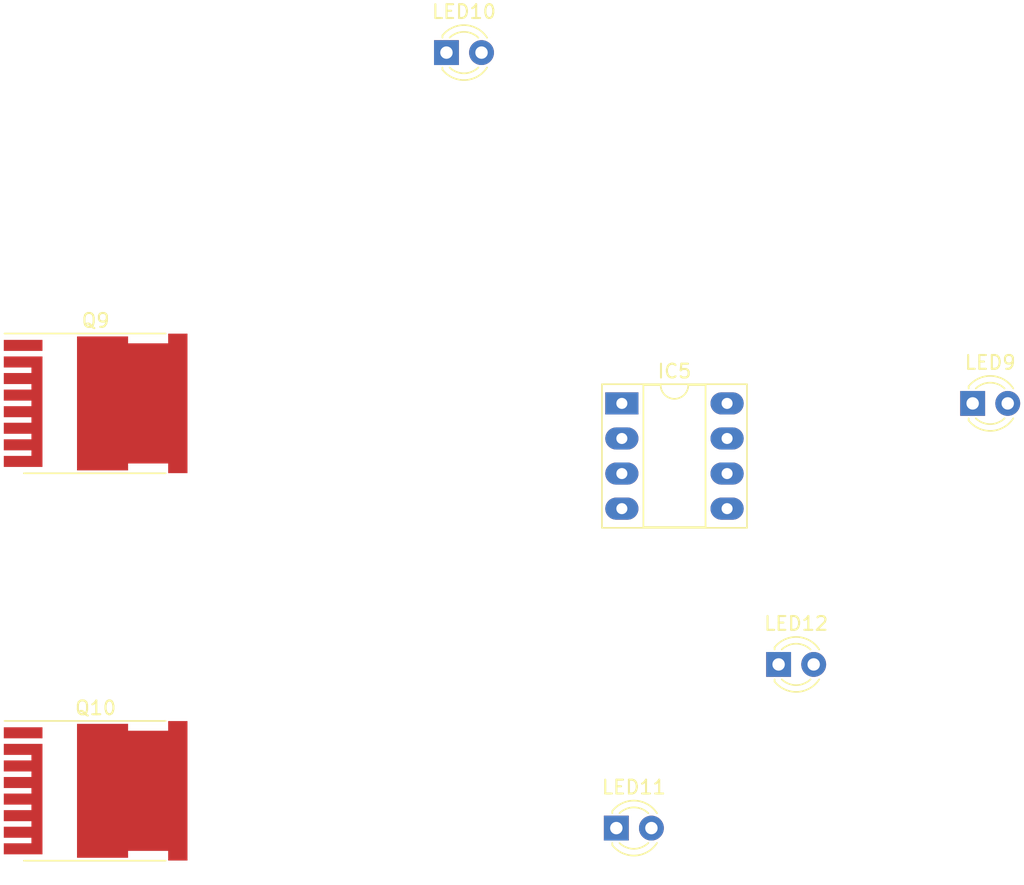
<source format=kicad_pcb>
(kicad_pcb (version 20211014) (generator pcbnew)
  (layers (0 "F.Cu" signal) (31 "B.Cu" signal) (34 "B.Paste" user) (35 "F.Paste" user) (36 "B.SilkS" user "B.Silkscreen") (37 "F.SilkS" user "F.Silkscreen") (38 "B.Mask" user) (39 "F.Mask" user) (44 "Edge.Cuts" user))
  (net 0 "")
  (net 1 "Net-(IC5-Pad1)")
  (net 2 "Net-(IC5-Pad5)")
  (net 3 "Net-(IC5-Pad2)")
  (net 4 "JP1-OUT")
  (net 5 "GNDREF")
  (net 6 "Net-(IC5-Pad7)")
  (net 7 "Net-(IC5-Pad4)")
  (net 8 "Net-(LED9-Pad2)")
  (net 9 "Net-(LED10-Pad2)")
  (net 10 "Net-(D17-Pad1)")
  (net 11 "Net-(LED11-Pad2)")
  (net 12 "Net-(D18-Pad1)")
  (net 13 "Net-(LED12-Pad2)")
  (net 14 "Net-(Q9-Pad1)")
  (net 15 "INJ-5-OUT")
  (net 16 "Net-(Q10-Pad1)")
  (net 17 "INJ-6-OUT")
  (footprint "LED_THT:LED_D3.0mm" (layer "F.Cu") (at 127 38.1)
    (fp_text reference "LED10" (at 1.27 -2.96) (layer "F.SilkS"))
    (fp_text value "Red")
    (fp_line (start -0.29 1.08) (end -0.29 1.236) (layer "F.SilkS") (width 0.12))
    (fp_line (start -0.29 -1.236) (end -0.29 -1.08) (layer "F.SilkS") (width 0.12))
    (fp_arc (start 0.229039 -1.08) (mid 1.270117 -1.5) (end 2.31113 -1.079837) (layer "F.SilkS") (width 0.12))
    (fp_arc (start 2.31113 1.079837) (mid 1.270117 1.5) (end 0.229039 1.08) (layer "F.SilkS") (width 0.12))
    (fp_arc (start -0.29 -1.235516) (mid 1.366487 -1.987659) (end 2.942335 -1.078608) (layer "F.SilkS") (width 0.12))
    (fp_arc (start 2.942335 1.078608) (mid 1.366487 1.987659) (end -0.29 1.235516) (layer "F.SilkS") (width 0.12))
    (pad "1" thru_hole rect locked (at 0 0) (size 1.8 1.8) (drill 0.9) (layers *.Cu *.Mask) (net 5 "GNDREF"))
    (pad "2" thru_hole circle locked (at 2.54 0) (size 1.8 1.8) (drill 0.9) (layers *.Cu *.Mask) (net 9 "Net-(LED10-Pad2)"))
  )
  (footprint "Package_DIP:DIP-8_W7.62mm_Socket_LongPads" (layer "F.Cu") (at 139.7 63.5)
    (fp_text reference "IC5" (at 3.81 -2.33) (layer "F.SilkS"))
    (fp_text value "TC4424EPA")
    (fp_line (start 9.06 9.01) (end 9.06 -1.39) (layer "F.SilkS") (width 0.12))
    (fp_line (start 9.06 -1.39) (end -1.44 -1.39) (layer "F.SilkS") (width 0.12))
    (fp_line (start 1.56 -1.33) (end 1.56 8.95) (layer "F.SilkS") (width 0.12))
    (fp_line (start -1.44 -1.39) (end -1.44 9.01) (layer "F.SilkS") (width 0.12))
    (fp_line (start 1.56 8.95) (end 6.06 8.95) (layer "F.SilkS") (width 0.12))
    (fp_line (start 6.06 -1.33) (end 4.81 -1.33) (layer "F.SilkS") (width 0.12))
    (fp_line (start 6.06 8.95) (end 6.06 -1.33) (layer "F.SilkS") (width 0.12))
    (fp_line (start -1.44 9.01) (end 9.06 9.01) (layer "F.SilkS") (width 0.12))
    (fp_line (start 2.81 -1.33) (end 1.56 -1.33) (layer "F.SilkS") (width 0.12))
    (fp_arc (start 4.81 -1.33) (mid 3.81 -0.33) (end 2.81 -1.33) (layer "F.SilkS") (width 0.12))
    (pad "1" thru_hole rect locked (at 0 0) (size 2.4 1.6) (drill 0.8) (layers *.Cu *.Mask) (net 1 "Net-(IC5-Pad1)"))
    (pad "2" thru_hole oval locked (at 0 2.54) (size 2.4 1.6) (drill 0.8) (layers *.Cu *.Mask) (net 3 "Net-(IC5-Pad2)"))
    (pad "3" thru_hole oval locked (at 0 5.08) (size 2.4 1.6) (drill 0.8) (layers *.Cu *.Mask) (net 5 "GNDREF"))
    (pad "4" thru_hole oval locked (at 0 7.62) (size 2.4 1.6) (drill 0.8) (layers *.Cu *.Mask) (net 7 "Net-(IC5-Pad4)"))
    (pad "5" thru_hole oval locked (at 7.62 7.62) (size 2.4 1.6) (drill 0.8) (layers *.Cu *.Mask) (net 2 "Net-(IC5-Pad5)"))
    (pad "6" thru_hole oval locked (at 7.62 5.08) (size 2.4 1.6) (drill 0.8) (layers *.Cu *.Mask) (net 4 "JP1-OUT"))
    (pad "7" thru_hole oval locked (at 7.62 2.54) (size 2.4 1.6) (drill 0.8) (layers *.Cu *.Mask) (net 6 "Net-(IC5-Pad7)"))
    (pad "8" thru_hole oval locked (at 7.62 0) (size 2.4 1.6) (drill 0.8) (layers *.Cu *.Mask) (net 1 "Net-(IC5-Pad1)"))
  )
  (footprint "LED_THT:LED_D3.0mm" (layer "F.Cu") (at 151.05 82.4)
    (fp_text reference "LED12" (at 1.27 -2.96) (layer "F.SilkS"))
    (fp_text value "Red")
    (fp_line (start -0.29 1.08) (end -0.29 1.236) (layer "F.SilkS") (width 0.12))
    (fp_line (start -0.29 -1.236) (end -0.29 -1.08) (layer "F.SilkS") (width 0.12))
    (fp_arc (start -0.29 -1.235516) (mid 1.366487 -1.987659) (end 2.942335 -1.078608) (layer "F.SilkS") (width 0.12))
    (fp_arc (start 0.229039 -1.08) (mid 1.270117 -1.5) (end 2.31113 -1.079837) (layer "F.SilkS") (width 0.12))
    (fp_arc (start 2.942335 1.078608) (mid 1.366487 1.987659) (end -0.29 1.235516) (layer "F.SilkS") (width 0.12))
    (fp_arc (start 2.31113 1.079837) (mid 1.270117 1.5) (end 0.229039 1.08) (layer "F.SilkS") (width 0.12))
    (pad "1" thru_hole rect locked (at 0 0) (size 1.8 1.8) (drill 0.9) (layers *.Cu *.Mask) (net 12 "Net-(D18-Pad1)"))
    (pad "2" thru_hole circle locked (at 2.54 0) (size 1.8 1.8) (drill 0.9) (layers *.Cu *.Mask) (net 13 "Net-(LED12-Pad2)"))
  )
  (footprint "LED_THT:LED_D3.0mm" (layer "F.Cu") (at 139.3 94.25)
    (fp_text reference "LED11" (at 1.27 -2.96) (layer "F.SilkS"))
    (fp_text value "Red")
    (fp_line (start -0.29 -1.236) (end -0.29 -1.08) (layer "F.SilkS") (width 0.12))
    (fp_line (start -0.29 1.08) (end -0.29 1.236) (layer "F.SilkS") (width 0.12))
    (fp_arc (start 0.229039 -1.08) (mid 1.270117 -1.5) (end 2.31113 -1.079837) (layer "F.SilkS") (width 0.12))
    (fp_arc (start 2.31113 1.079837) (mid 1.270117 1.5) (end 0.229039 1.08) (layer "F.SilkS") (width 0.12))
    (fp_arc (start 2.942335 1.078608) (mid 1.366487 1.987659) (end -0.29 1.235516) (layer "F.SilkS") (width 0.12))
    (fp_arc (start -0.29 -1.235516) (mid 1.366487 -1.987659) (end 2.942335 -1.078608) (layer "F.SilkS") (width 0.12))
    (pad "1" thru_hole rect locked (at 0 0) (size 1.8 1.8) (drill 0.9) (layers *.Cu *.Mask) (net 10 "Net-(D17-Pad1)"))
    (pad "2" thru_hole circle locked (at 2.54 0) (size 1.8 1.8) (drill 0.9) (layers *.Cu *.Mask) (net 11 "Net-(LED11-Pad2)"))
  )
  (footprint "Package_TO_SOT_SMD:Infineon_PG-HSOF-8-1" (layer "F.Cu") (at 101.6 91.55)
    (fp_text reference "Q10" (at 0 -6) (layer "F.SilkS"))
    (fp_text value "STP62NS04Z")
    (fp_line (start 5.07 -5.06) (end -6.6 -5.06) (layer "F.SilkS") (width 0.12))
    (fp_line (start -5.2 5.06) (end 5.07 5.06) (layer "F.SilkS") (width 0.12))
    (pad "1" smd rect locked (at -5.25 -4.2) (size 2.8 0.8) (layers "F.Cu" "F.Mask") (net 16 "Net-(Q10-Pad1)"))
    (pad "2" smd custom locked (at -4.25 0.6) (size 0.8 8) (layers "F.Cu" "F.Mask") (net 5 "GNDREF") (options (clearance outline) (anchor rect)) (primitives (gr_poly (pts (xy -0.4 -3.2) (xy -2.4 -3.2) (xy -2.4 -4) (xy -0.4 -4)) (width 0) (fill yes)) (gr_poly (pts (xy -0.4 -2) (xy -2.4 -2) (xy -2.4 -2.8) (xy -0.4 -2.8)) (width 0) (fill yes)) (gr_poly (pts (xy -0.4 -0.8) (xy -2.4 -0.8) (xy -2.4 -1.6) (xy -0.4 -1.6)) (width 0) (fill yes)) (gr_poly (pts (xy -0.4 0.4) (xy -2.4 0.4) (xy -2.4 -0.4) (xy -0.4 -0.4)) (width 0) (fill yes)) (gr_poly (pts (xy -0.4 1.6) (xy -2.4 1.6) (xy -2.4 0.8) (xy -0.4 0.8)) (width 0) (fill yes)) (gr_poly (pts (xy -0.4 2.8) (xy -2.4 2.8) (xy -2.4 2) (xy -0.4 2)) (width 0) (fill yes)) (gr_poly (pts (xy -0.4 4) (xy -2.4 4) (xy -2.4 3.2) (xy -0.4 3.2)) (width 0) (fill yes))))
    (pad "3" smd custom locked (at 3.8 0) (size 2.9 8.7) (layers "F.Cu" "F.Mask") (net 17 "INJ-6-OUT") (options (clearance outline) (anchor rect)) (primitives (gr_poly (pts (xy 2.85 5.05) (xy 1.45 5.05) (xy 1.45 -5.05) (xy 2.85 -5.05)) (width 0) (fill yes)) (gr_poly (pts (xy -1.45 4.85) (xy -5.15 4.85) (xy -5.15 -4.85) (xy -1.45 -4.85)) (width 0) (fill yes))))
  )
  (footprint "LED_THT:LED_D3.0mm" (layer "F.Cu") (at 165.1 63.5)
    (fp_text reference "LED9" (at 1.27 -2.96) (layer "F.SilkS"))
    (fp_text value "Red")
    (fp_line (start -0.29 1.08) (end -0.29 1.236) (layer "F.SilkS") (width 0.12))
    (fp_line (start -0.29 -1.236) (end -0.29 -1.08) (layer "F.SilkS") (width 0.12))
    (fp_arc (start 0.229039 -1.08) (mid 1.270117 -1.5) (end 2.31113 -1.079837) (layer "F.SilkS") (width 0.12))
    (fp_arc (start -0.29 -1.235516) (mid 1.366487 -1.987659) (end 2.942335 -1.078608) (layer "F.SilkS") (width 0.12))
    (fp_arc (start 2.31113 1.079837) (mid 1.270117 1.5) (end 0.229039 1.08) (layer "F.SilkS") (width 0.12))
    (fp_arc (start 2.942335 1.078608) (mid 1.366487 1.987659) (end -0.29 1.235516) (layer "F.SilkS") (width 0.12))
    (pad "1" thru_hole rect locked (at 0 0) (size 1.8 1.8) (drill 0.9) (layers *.Cu *.Mask) (net 5 "GNDREF"))
    (pad "2" thru_hole circle locked (at 2.54 0) (size 1.8 1.8) (drill 0.9) (layers *.Cu *.Mask) (net 8 "Net-(LED9-Pad2)"))
  )
  (footprint "Package_TO_SOT_SMD:Infineon_PG-HSOF-8-1" (layer "F.Cu") (at 101.6 63.5)
    (fp_text reference "Q9" (at 0 -6) (layer "F.SilkS"))
    (fp_text value "STP62NS04Z")
    (fp_line (start -5.2 5.06) (end 5.07 5.06) (layer "F.SilkS") (width 0.12))
    (fp_line (start 5.07 -5.06) (end -6.6 -5.06) (layer "F.SilkS") (width 0.12))
    (pad "1" smd rect locked (at -5.25 -4.2) (size 2.8 0.8) (layers "F.Cu" "F.Mask") (net 14 "Net-(Q9-Pad1)"))
    (pad "2" smd custom locked (at -4.25 0.6) (size 0.8 8) (layers "F.Cu" "F.Mask") (net 5 "GNDREF") (options (clearance outline) (anchor rect)) (primitives (gr_poly (pts (xy -0.4 -3.2) (xy -2.4 -3.2) (xy -2.4 -4) (xy -0.4 -4)) (width 0) (fill yes)) (gr_poly (pts (xy -0.4 -2) (xy -2.4 -2) (xy -2.4 -2.8) (xy -0.4 -2.8)) (width 0) (fill yes)) (gr_poly (pts (xy -0.4 -0.8) (xy -2.4 -0.8) (xy -2.4 -1.6) (xy -0.4 -1.6)) (width 0) (fill yes)) (gr_poly (pts (xy -0.4 0.4) (xy -2.4 0.4) (xy -2.4 -0.4) (xy -0.4 -0.4)) (width 0) (fill yes)) (gr_poly (pts (xy -0.4 1.6) (xy -2.4 1.6) (xy -2.4 0.8) (xy -0.4 0.8)) (width 0) (fill yes)) (gr_poly (pts (xy -0.4 2.8) (xy -2.4 2.8) (xy -2.4 2) (xy -0.4 2)) (width 0) (fill yes)) (gr_poly (pts (xy -0.4 4) (xy -2.4 4) (xy -2.4 3.2) (xy -0.4 3.2)) (width 0) (fill yes))))
    (pad "3" smd custom locked (at 3.8 0) (size 2.9 8.7) (layers "F.Cu" "F.Mask") (net 15 "INJ-5-OUT") (options (clearance outline) (anchor rect)) (primitives (gr_poly (pts (xy 2.85 5.05) (xy 1.45 5.05) (xy 1.45 -5.05) (xy 2.85 -5.05)) (width 0) (fill yes)) (gr_poly (pts (xy -1.45 4.85) (xy -5.15 4.85) (xy -5.15 -4.85) (xy -1.45 -4.85)) (width 0) (fill yes))))
  )
)
</source>
